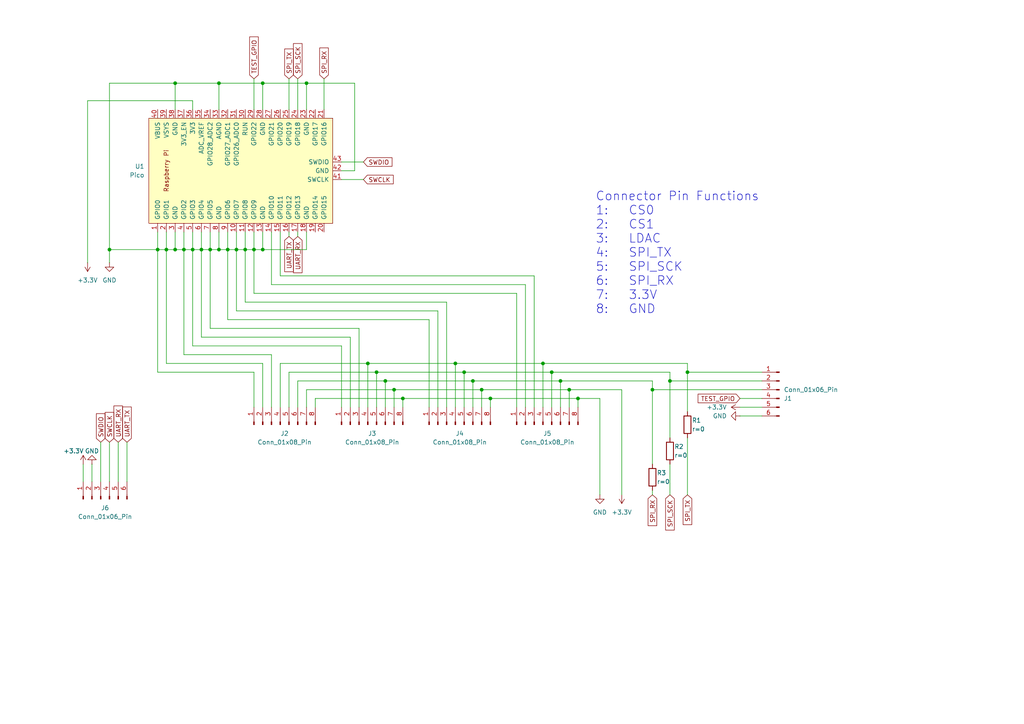
<source format=kicad_sch>
(kicad_sch (version 20231120) (generator "eeschema") (generator_version "8.0")
  (paper "A4")
  (lib_symbols
    (symbol "Connector:Conn_01x06_Pin" (pin_names (offset 1.016) hide)
      (property "Reference" "J" (at 0 7.62 0))
      (property "Value" "Conn_01x06_Pin" (at 0 -10.16 0))
      (symbol "Conn_01x06_Pin_1_1"
        (polyline (pts (xy 1.27 -7.62) (xy 0.8636 -7.62)) (stroke (width 0.1524)))
        (polyline (pts (xy 1.27 -5.08) (xy 0.8636 -5.08)) (stroke (width 0.1524)))
        (polyline (pts (xy 1.27 -2.54) (xy 0.8636 -2.54)) (stroke (width 0.1524)))
        (polyline (pts (xy 1.27 0) (xy 0.8636 0)) (stroke (width 0.1524)))
        (polyline (pts (xy 1.27 2.54) (xy 0.8636 2.54)) (stroke (width 0.1524)))
        (polyline (pts (xy 1.27 5.08) (xy 0.8636 5.08)) (stroke (width 0.1524)))
        (rectangle (start 0.8636 -7.493) (end 0 -7.747) (stroke (width 0.1524)) (fill (type outline)))
        (rectangle (start 0.8636 -4.953) (end 0 -5.207) (stroke (width 0.1524)) (fill (type outline)))
        (rectangle (start 0.8636 -2.413) (end 0 -2.667) (stroke (width 0.1524)) (fill (type outline)))
        (rectangle (start 0.8636 0.127) (end 0 -0.127) (stroke (width 0.1524)) (fill (type outline)))
        (rectangle (start 0.8636 2.667) (end 0 2.413) (stroke (width 0.1524)) (fill (type outline)))
        (rectangle (start 0.8636 5.207) (end 0 4.953) (stroke (width 0.1524)) (fill (type outline)))
        (pin passive line (at 5.08 5.08 180) (length 3.81) (name "Pin_1") (number "1"))
        (pin passive line (at 5.08 2.54 180) (length 3.81) (name "Pin_2") (number "2"))
        (pin passive line (at 5.08 0 180) (length 3.81) (name "Pin_3") (number "3"))
        (pin passive line (at 5.08 -2.54 180) (length 3.81) (name "Pin_4") (number "4"))
        (pin passive line (at 5.08 -5.08 180) (length 3.81) (name "Pin_5") (number "5"))
        (pin passive line (at 5.08 -7.62 180) (length 3.81) (name "Pin_6") (number "6"))
      )
    )
    (symbol "Connector:Conn_01x08_Pin" (pin_names (offset 1.016) hide)
      (property "Reference" "J" (at 0 10.16 0))
      (property "Value" "Conn_01x08_Pin" (at 0 -12.7 0))
      (symbol "Conn_01x08_Pin_1_1"
        (polyline (pts (xy 1.27 -10.16) (xy 0.8636 -10.16)) (stroke (width 0.1524)))
        (polyline (pts (xy 1.27 -7.62) (xy 0.8636 -7.62)) (stroke (width 0.1524)))
        (polyline (pts (xy 1.27 -5.08) (xy 0.8636 -5.08)) (stroke (width 0.1524)))
        (polyline (pts (xy 1.27 -2.54) (xy 0.8636 -2.54)) (stroke (width 0.1524)))
        (polyline (pts (xy 1.27 0) (xy 0.8636 0)) (stroke (width 0.1524)))
        (polyline (pts (xy 1.27 2.54) (xy 0.8636 2.54)) (stroke (width 0.1524)))
        (polyline (pts (xy 1.27 5.08) (xy 0.8636 5.08)) (stroke (width 0.1524)))
        (polyline (pts (xy 1.27 7.62) (xy 0.8636 7.62)) (stroke (width 0.1524)))
        (rectangle (start 0.8636 -10.033) (end 0 -10.287) (stroke (width 0.1524)) (fill (type outline)))
        (rectangle (start 0.8636 -7.493) (end 0 -7.747) (stroke (width 0.1524)) (fill (type outline)))
        (rectangle (start 0.8636 -4.953) (end 0 -5.207) (stroke (width 0.1524)) (fill (type outline)))
        (rectangle (start 0.8636 -2.413) (end 0 -2.667) (stroke (width 0.1524)) (fill (type outline)))
        (rectangle (start 0.8636 0.127) (end 0 -0.127) (stroke (width 0.1524)) (fill (type outline)))
        (rectangle (start 0.8636 2.667) (end 0 2.413) (stroke (width 0.1524)) (fill (type outline)))
        (rectangle (start 0.8636 5.207) (end 0 4.953) (stroke (width 0.1524)) (fill (type outline)))
        (rectangle (start 0.8636 7.747) (end 0 7.493) (stroke (width 0.1524)) (fill (type outline)))
        (pin passive line (at 5.08 7.62 180) (length 3.81) (name "Pin_1") (number "1"))
        (pin passive line (at 5.08 5.08 180) (length 3.81) (name "Pin_2") (number "2"))
        (pin passive line (at 5.08 2.54 180) (length 3.81) (name "Pin_3") (number "3"))
        (pin passive line (at 5.08 0 180) (length 3.81) (name "Pin_4") (number "4"))
        (pin passive line (at 5.08 -2.54 180) (length 3.81) (name "Pin_5") (number "5"))
        (pin passive line (at 5.08 -5.08 180) (length 3.81) (name "Pin_6") (number "6"))
        (pin passive line (at 5.08 -7.62 180) (length 3.81) (name "Pin_7") (number "7"))
        (pin passive line (at 5.08 -10.16 180) (length 3.81) (name "Pin_8") (number "8"))
      )
    )
    (symbol "Device:R" (pin_numbers hide) (pin_names (offset 0))
      (property "Reference" "R" (at 2.032 0 90))
      (property "Value" "R" (at 0 0 90))
      (symbol "R_0_1"
        (rectangle (start -1.016 -2.54) (end 1.016 2.54) (stroke (width 0.254)))
      )
      (symbol "R_1_1"
        (pin passive line (at 0 3.81 270) (length 1.27) (name "~") (number "1"))
        (pin passive line (at 0 -3.81 90) (length 1.27) (name "~") (number "2"))
      )
    )
    (symbol "RPi_Pico:Pico" (pin_names (offset 1.016))
      (property "Reference" "U" (at -13.97 27.94 0))
      (property "Value" "Pico" (at 0 19.05 0))
      (symbol "Pico_0_0"
        (text "Raspberry Pi" (at 0 21.59 0) (effects (font (size 1.27 1.27))))
      )
      (symbol "Pico_0_1"
        (rectangle (start -15.24 26.67) (end 15.24 -26.67) (fill (type background)))
      )
      (symbol "Pico_1_1"
        (pin bidirectional line (at -17.78 24.13 0) (length 2.54) (name "GPIO0") (number "1"))
        (pin bidirectional line (at -17.78 1.27 0) (length 2.54) (name "GPIO7") (number "10"))
        (pin bidirectional line (at -17.78 -1.27 0) (length 2.54) (name "GPIO8") (number "11"))
        (pin bidirectional line (at -17.78 -3.81 0) (length 2.54) (name "GPIO9") (number "12"))
        (pin power_in line (at -17.78 -6.35 0) (length 2.54) (name "GND") (number "13"))
        (pin bidirectional line (at -17.78 -8.89 0) (length 2.54) (name "GPIO10") (number "14"))
        (pin bidirectional line (at -17.78 -11.43 0) (length 2.54) (name "GPIO11") (number "15"))
        (pin bidirectional line (at -17.78 -13.97 0) (length 2.54) (name "GPIO12") (number "16"))
        (pin bidirectional line (at -17.78 -16.51 0) (length 2.54) (name "GPIO13") (number "17"))
        (pin power_in line (at -17.78 -19.05 0) (length 2.54) (name "GND") (number "18"))
        (pin bidirectional line (at -17.78 -21.59 0) (length 2.54) (name "GPIO14") (number "19"))
        (pin bidirectional line (at -17.78 21.59 0) (length 2.54) (name "GPIO1") (number "2"))
        (pin bidirectional line (at -17.78 -24.13 0) (length 2.54) (name "GPIO15") (number "20"))
        (pin bidirectional line (at 17.78 -24.13 180) (length 2.54) (name "GPIO16") (number "21"))
        (pin bidirectional line (at 17.78 -21.59 180) (length 2.54) (name "GPIO17") (number "22"))
        (pin power_in line (at 17.78 -19.05 180) (length 2.54) (name "GND") (number "23"))
        (pin bidirectional line (at 17.78 -16.51 180) (length 2.54) (name "GPIO18") (number "24"))
        (pin bidirectional line (at 17.78 -13.97 180) (length 2.54) (name "GPIO19") (number "25"))
        (pin bidirectional line (at 17.78 -11.43 180) (length 2.54) (name "GPIO20") (number "26"))
        (pin bidirectional line (at 17.78 -8.89 180) (length 2.54) (name "GPIO21") (number "27"))
        (pin power_in line (at 17.78 -6.35 180) (length 2.54) (name "GND") (number "28"))
        (pin bidirectional line (at 17.78 -3.81 180) (length 2.54) (name "GPIO22") (number "29"))
        (pin power_in line (at -17.78 19.05 0) (length 2.54) (name "GND") (number "3"))
        (pin input line (at 17.78 -1.27 180) (length 2.54) (name "RUN") (number "30"))
        (pin bidirectional line (at 17.78 1.27 180) (length 2.54) (name "GPIO26_ADC0") (number "31"))
        (pin bidirectional line (at 17.78 3.81 180) (length 2.54) (name "GPIO27_ADC1") (number "32"))
        (pin power_in line (at 17.78 6.35 180) (length 2.54) (name "AGND") (number "33"))
        (pin bidirectional line (at 17.78 8.89 180) (length 2.54) (name "GPIO28_ADC2") (number "34"))
        (pin unspecified line (at 17.78 11.43 180) (length 2.54) (name "ADC_VREF") (number "35"))
        (pin unspecified line (at 17.78 13.97 180) (length 2.54) (name "3V3") (number "36"))
        (pin input line (at 17.78 16.51 180) (length 2.54) (name "3V3_EN") (number "37"))
        (pin bidirectional line (at 17.78 19.05 180) (length 2.54) (name "GND") (number "38"))
        (pin unspecified line (at 17.78 21.59 180) (length 2.54) (name "VSYS") (number "39"))
        (pin bidirectional line (at -17.78 16.51 0) (length 2.54) (name "GPIO2") (number "4"))
        (pin unspecified line (at 17.78 24.13 180) (length 2.54) (name "VBUS") (number "40"))
        (pin input line (at -2.54 -29.21 90) (length 2.54) (name "SWCLK") (number "41"))
        (pin power_in line (at 0 -29.21 90) (length 2.54) (name "GND") (number "42"))
        (pin bidirectional line (at 2.54 -29.21 90) (length 2.54) (name "SWDIO") (number "43"))
        (pin bidirectional line (at -17.78 13.97 0) (length 2.54) (name "GPIO3") (number "5"))
        (pin bidirectional line (at -17.78 11.43 0) (length 2.54) (name "GPIO4") (number "6"))
        (pin bidirectional line (at -17.78 8.89 0) (length 2.54) (name "GPIO5") (number "7"))
        (pin power_in line (at -17.78 6.35 0) (length 2.54) (name "GND") (number "8"))
        (pin bidirectional line (at -17.78 3.81 0) (length 2.54) (name "GPIO6") (number "9"))
      )
    )
    (symbol "power:+3.3V" (power) (pin_numbers hide) (pin_names (offset 0) hide)
      (property "Value" "+3.3V" (at 0 3.556 0))
      (symbol "+3.3V_0_1"
        (polyline (pts (xy -0.762 1.27) (xy 0 2.54)))
        (polyline (pts (xy 0 0) (xy 0 2.54)))
        (polyline (pts (xy 0 2.54) (xy 0.762 1.27)))
      )
      (symbol "+3.3V_1_1"
        (pin power_in line (at 0 0 90) (length 0) (name "~") (number "1"))
      )
    )
    (symbol "power:GND" (power) (pin_numbers hide) (pin_names (offset 0) hide)
      (property "Value" "GND" (at 0 -3.81 0))
      (symbol "GND_0_1"
        (polyline (pts (xy 0 0) (xy 0 -1.27) (xy 1.27 -1.27) (xy 0 -2.54) (xy -1.27 -1.27) (xy 0 -1.27)))
      )
      (symbol "GND_1_1"
        (pin power_in line (at 0 0 270) (length 0) (name "~") (number "1"))
      )
    )
  )
  (junction (at 111.76 110.49))
  (junction (at 137.16 110.49))
  (junction (at 63.5 24.13))
  (junction (at 189.23 113.03))
  (junction (at 194.31 110.49))
  (junction (at 116.84 115.57))
  (junction (at 66.04 72.39))
  (junction (at 50.8 72.39))
  (junction (at 134.62 107.95))
  (junction (at 48.26 72.39))
  (junction (at 55.88 72.39))
  (junction (at 58.42 72.39))
  (junction (at 157.48 105.41))
  (junction (at 63.5 72.39))
  (junction (at 139.7 113.03))
  (junction (at 165.1 113.03))
  (junction (at 88.9 24.13))
  (junction (at 114.3 113.03))
  (junction (at 167.64 115.57))
  (junction (at 50.8 24.13))
  (junction (at 142.24 115.57))
  (junction (at 73.66 72.39))
  (junction (at 160.02 107.95))
  (junction (at 53.34 72.39))
  (junction (at 109.22 107.95))
  (junction (at 76.2 72.39))
  (junction (at 76.2 24.13))
  (junction (at 68.58 72.39))
  (junction (at 162.56 110.49))
  (junction (at 199.39 107.95))
  (junction (at 31.75 72.39))
  (junction (at 60.96 72.39))
  (junction (at 106.68 105.41))
  (junction (at 45.72 72.39))
  (junction (at 132.08 105.41))
  (junction (at 71.12 72.39))
  (wire (pts (xy 142.24 115.57) (xy 167.64 115.57)))
  (wire (pts (xy 173.99 115.57) (xy 173.99 143.51)))
  (wire (pts (xy 58.42 97.79) (xy 58.42 72.39)))
  (wire (pts (xy 132.08 105.41) (xy 132.08 118.11)))
  (wire (pts (xy 48.26 72.39) (xy 48.26 67.31)))
  (wire (pts (xy 189.23 113.03) (xy 189.23 134.62)))
  (wire (pts (xy 73.66 118.11) (xy 73.66 107.95)))
  (wire (pts (xy 31.75 72.39) (xy 45.72 72.39)))
  (wire (pts (xy 157.48 105.41) (xy 157.48 118.11)))
  (wire (pts (xy 78.74 102.87) (xy 53.34 102.87)))
  (wire (pts (xy 66.04 92.71) (xy 124.46 92.71)))
  (wire (pts (xy 29.21 128.27) (xy 29.21 139.7)))
  (wire (pts (xy 76.2 72.39) (xy 88.9 72.39)))
  (wire (pts (xy 127 90.17) (xy 127 118.11)))
  (wire (pts (xy 189.23 142.24) (xy 189.23 143.51)))
  (wire (pts (xy 81.28 118.11) (xy 81.28 105.41)))
  (wire (pts (xy 189.23 113.03) (xy 220.98 113.03)))
  (wire (pts (xy 58.42 72.39) (xy 58.42 67.31)))
  (wire (pts (xy 53.34 102.87) (xy 53.34 72.39)))
  (wire (pts (xy 88.9 24.13) (xy 102.87 24.13)))
  (wire (pts (xy 81.28 80.01) (xy 81.28 67.31)))
  (wire (pts (xy 152.4 82.55) (xy 152.4 118.11)))
  (wire (pts (xy 162.56 110.49) (xy 162.56 118.11)))
  (wire (pts (xy 66.04 72.39) (xy 66.04 67.31)))
  (wire (pts (xy 99.06 100.33) (xy 99.06 118.11)))
  (wire (pts (xy 83.82 118.11) (xy 83.82 107.95)))
  (wire (pts (xy 102.87 24.13) (xy 102.87 49.53)))
  (wire (pts (xy 194.31 134.62) (xy 194.31 143.51)))
  (wire (pts (xy 102.87 49.53) (xy 99.06 49.53)))
  (wire (pts (xy 50.8 24.13) (xy 50.8 31.75)))
  (wire (pts (xy 78.74 118.11) (xy 78.74 102.87)))
  (wire (pts (xy 162.56 110.49) (xy 189.23 110.49)))
  (wire (pts (xy 160.02 107.95) (xy 194.31 107.95)))
  (wire (pts (xy 106.68 105.41) (xy 106.68 118.11)))
  (wire (pts (xy 134.62 107.95) (xy 160.02 107.95)))
  (wire (pts (xy 48.26 105.41) (xy 76.2 105.41)))
  (wire (pts (xy 73.66 72.39) (xy 73.66 67.31)))
  (wire (pts (xy 165.1 118.11) (xy 165.1 113.03)))
  (wire (pts (xy 111.76 110.49) (xy 137.16 110.49)))
  (wire (pts (xy 88.9 31.75) (xy 88.9 24.13)))
  (wire (pts (xy 199.39 127) (xy 199.39 143.51)))
  (wire (pts (xy 83.82 107.95) (xy 109.22 107.95)))
  (wire (pts (xy 63.5 67.31) (xy 63.5 72.39)))
  (wire (pts (xy 106.68 105.41) (xy 132.08 105.41)))
  (wire (pts (xy 101.6 97.79) (xy 58.42 97.79)))
  (wire (pts (xy 55.88 29.21) (xy 25.4 29.21)))
  (wire (pts (xy 167.64 115.57) (xy 173.99 115.57)))
  (wire (pts (xy 214.63 115.57) (xy 220.98 115.57)))
  (wire (pts (xy 45.72 107.95) (xy 45.72 72.39)))
  (wire (pts (xy 71.12 72.39) (xy 71.12 67.31)))
  (wire (pts (xy 83.82 22.86) (xy 83.82 31.75)))
  (wire (pts (xy 71.12 87.63) (xy 71.12 72.39)))
  (wire (pts (xy 214.63 118.11) (xy 220.98 118.11)))
  (wire (pts (xy 58.42 72.39) (xy 60.96 72.39)))
  (wire (pts (xy 68.58 72.39) (xy 68.58 90.17)))
  (wire (pts (xy 63.5 24.13) (xy 50.8 24.13)))
  (wire (pts (xy 60.96 95.25) (xy 104.14 95.25)))
  (wire (pts (xy 24.13 134.62) (xy 24.13 139.7)))
  (wire (pts (xy 194.31 110.49) (xy 194.31 127)))
  (wire (pts (xy 154.94 80.01) (xy 81.28 80.01)))
  (wire (pts (xy 45.72 72.39) (xy 45.72 67.31)))
  (wire (pts (xy 50.8 67.31) (xy 50.8 72.39)))
  (wire (pts (xy 199.39 105.41) (xy 199.39 107.95)))
  (wire (pts (xy 116.84 115.57) (xy 116.84 118.11)))
  (wire (pts (xy 60.96 72.39) (xy 60.96 95.25)))
  (wire (pts (xy 165.1 113.03) (xy 180.34 113.03)))
  (wire (pts (xy 88.9 67.31) (xy 88.9 72.39)))
  (wire (pts (xy 124.46 92.71) (xy 124.46 118.11)))
  (wire (pts (xy 36.83 128.27) (xy 36.83 139.7)))
  (wire (pts (xy 116.84 115.57) (xy 142.24 115.57)))
  (wire (pts (xy 129.54 87.63) (xy 71.12 87.63)))
  (wire (pts (xy 71.12 72.39) (xy 73.66 72.39)))
  (wire (pts (xy 86.36 68.58) (xy 86.36 67.31)))
  (wire (pts (xy 66.04 72.39) (xy 66.04 92.71)))
  (wire (pts (xy 63.5 24.13) (xy 63.5 31.75)))
  (wire (pts (xy 60.96 72.39) (xy 60.96 67.31)))
  (wire (pts (xy 86.36 110.49) (xy 111.76 110.49)))
  (wire (pts (xy 88.9 24.13) (xy 76.2 24.13)))
  (wire (pts (xy 60.96 72.39) (xy 63.5 72.39)))
  (wire (pts (xy 109.22 107.95) (xy 109.22 118.11)))
  (wire (pts (xy 149.86 118.11) (xy 149.86 85.09)))
  (wire (pts (xy 154.94 118.11) (xy 154.94 80.01)))
  (wire (pts (xy 78.74 82.55) (xy 152.4 82.55)))
  (wire (pts (xy 137.16 118.11) (xy 137.16 110.49)))
  (wire (pts (xy 31.75 24.13) (xy 31.75 72.39)))
  (wire (pts (xy 86.36 22.86) (xy 86.36 31.75)))
  (wire (pts (xy 68.58 72.39) (xy 71.12 72.39)))
  (wire (pts (xy 189.23 113.03) (xy 189.23 110.49)))
  (wire (pts (xy 45.72 72.39) (xy 48.26 72.39)))
  (wire (pts (xy 83.82 68.58) (xy 83.82 67.31)))
  (wire (pts (xy 111.76 118.11) (xy 111.76 110.49)))
  (wire (pts (xy 31.75 72.39) (xy 31.75 76.2)))
  (wire (pts (xy 99.06 52.07) (xy 105.41 52.07)))
  (wire (pts (xy 88.9 113.03) (xy 114.3 113.03)))
  (wire (pts (xy 76.2 24.13) (xy 63.5 24.13)))
  (wire (pts (xy 142.24 115.57) (xy 142.24 118.11)))
  (wire (pts (xy 53.34 72.39) (xy 53.34 67.31)))
  (wire (pts (xy 31.75 128.27) (xy 31.75 139.7)))
  (wire (pts (xy 55.88 72.39) (xy 58.42 72.39)))
  (wire (pts (xy 214.63 120.65) (xy 220.98 120.65)))
  (wire (pts (xy 73.66 22.86) (xy 73.66 31.75)))
  (wire (pts (xy 167.64 115.57) (xy 167.64 118.11)))
  (wire (pts (xy 81.28 105.41) (xy 106.68 105.41)))
  (wire (pts (xy 149.86 85.09) (xy 73.66 85.09)))
  (wire (pts (xy 55.88 100.33) (xy 99.06 100.33)))
  (wire (pts (xy 91.44 115.57) (xy 116.84 115.57)))
  (wire (pts (xy 48.26 72.39) (xy 50.8 72.39)))
  (wire (pts (xy 104.14 95.25) (xy 104.14 118.11)))
  (wire (pts (xy 199.39 107.95) (xy 199.39 119.38)))
  (wire (pts (xy 55.88 31.75) (xy 55.88 29.21)))
  (wire (pts (xy 66.04 72.39) (xy 68.58 72.39)))
  (wire (pts (xy 76.2 105.41) (xy 76.2 118.11)))
  (wire (pts (xy 157.48 105.41) (xy 199.39 105.41)))
  (wire (pts (xy 194.31 107.95) (xy 194.31 110.49)))
  (wire (pts (xy 129.54 118.11) (xy 129.54 87.63)))
  (wire (pts (xy 68.58 90.17) (xy 127 90.17)))
  (wire (pts (xy 139.7 113.03) (xy 139.7 118.11)))
  (wire (pts (xy 55.88 72.39) (xy 55.88 67.31)))
  (wire (pts (xy 25.4 29.21) (xy 25.4 76.2)))
  (wire (pts (xy 73.66 85.09) (xy 73.66 72.39)))
  (wire (pts (xy 160.02 107.95) (xy 160.02 118.11)))
  (wire (pts (xy 134.62 107.95) (xy 134.62 118.11)))
  (wire (pts (xy 194.31 110.49) (xy 220.98 110.49)))
  (wire (pts (xy 99.06 46.99) (xy 105.41 46.99)))
  (wire (pts (xy 93.98 22.86) (xy 93.98 31.75)))
  (wire (pts (xy 78.74 67.31) (xy 78.74 82.55)))
  (wire (pts (xy 76.2 24.13) (xy 76.2 31.75)))
  (wire (pts (xy 55.88 72.39) (xy 55.88 100.33)))
  (wire (pts (xy 63.5 72.39) (xy 66.04 72.39)))
  (wire (pts (xy 73.66 107.95) (xy 45.72 107.95)))
  (wire (pts (xy 114.3 113.03) (xy 114.3 118.11)))
  (wire (pts (xy 68.58 72.39) (xy 68.58 67.31)))
  (wire (pts (xy 48.26 72.39) (xy 48.26 105.41)))
  (wire (pts (xy 53.34 72.39) (xy 55.88 72.39)))
  (wire (pts (xy 91.44 118.11) (xy 91.44 115.57)))
  (wire (pts (xy 199.39 107.95) (xy 220.98 107.95)))
  (wire (pts (xy 88.9 118.11) (xy 88.9 113.03)))
  (wire (pts (xy 132.08 105.41) (xy 157.48 105.41)))
  (wire (pts (xy 76.2 67.31) (xy 76.2 72.39)))
  (wire (pts (xy 50.8 24.13) (xy 31.75 24.13)))
  (wire (pts (xy 139.7 113.03) (xy 165.1 113.03)))
  (wire (pts (xy 86.36 118.11) (xy 86.36 110.49)))
  (wire (pts (xy 50.8 72.39) (xy 53.34 72.39)))
  (wire (pts (xy 180.34 113.03) (xy 180.34 143.51)))
  (wire (pts (xy 73.66 72.39) (xy 76.2 72.39)))
  (wire (pts (xy 34.29 128.27) (xy 34.29 139.7)))
  (wire (pts (xy 137.16 110.49) (xy 162.56 110.49)))
  (wire (pts (xy 114.3 113.03) (xy 139.7 113.03)))
  (wire (pts (xy 101.6 118.11) (xy 101.6 97.79)))
  (wire (pts (xy 26.67 134.62) (xy 26.67 139.7)))
  (wire (pts (xy 109.22 107.95) (xy 134.62 107.95)))
  (text "Connector Pin Functions\n1:	CS0\n2:	CS1\n3:	LDAC\n4:	SPI_TX\n5:	SPI_SCK\n6:	SPI_RX\n7:	3.3V\n8:	GND\n" (at 172.72 73.406 0) (effects (font (size 2.54 2.54)) (justify left)))
  (global_label "SWCLK" (shape input) (at 105.41 52.07 0) (property "Intersheetrefs" "${INTERSHEET_REFS}" (effects (hide yes))))
  (global_label "UART_TX" (shape input) (at 36.83 128.27 90) (property "Intersheetrefs" "${INTERSHEET_REFS}" (effects (hide yes))))
  (global_label "SPI_RX" (shape input) (at 189.23 143.51 270) (property "Intersheetrefs" "${INTERSHEET_REFS}" (effects (hide yes))))
  (global_label "SWDIO" (shape input) (at 29.21 128.27 90) (property "Intersheetrefs" "${INTERSHEET_REFS}" (effects (hide yes))))
  (global_label "SWCLK" (shape input) (at 31.75 128.27 90) (property "Intersheetrefs" "${INTERSHEET_REFS}" (effects (hide yes))))
  (global_label "TEST_GPIO" (shape input) (at 214.63 115.57 180) (property "Intersheetrefs" "${INTERSHEET_REFS}" (effects (hide yes))))
  (global_label "SPI_SCK" (shape input) (at 194.31 143.51 270) (property "Intersheetrefs" "${INTERSHEET_REFS}" (effects (hide yes))))
  (global_label "UART_RX" (shape input) (at 34.29 128.27 90) (property "Intersheetrefs" "${INTERSHEET_REFS}" (effects (hide yes))))
  (global_label "SPI_SCK" (shape input) (at 86.36 22.86 90) (property "Intersheetrefs" "${INTERSHEET_REFS}" (effects (hide yes))))
  (global_label "TEST_GPIO" (shape input) (at 73.66 22.86 90) (property "Intersheetrefs" "${INTERSHEET_REFS}" (effects (hide yes))))
  (global_label "SPI_TX" (shape input) (at 83.82 22.86 90) (property "Intersheetrefs" "${INTERSHEET_REFS}" (effects (hide yes))))
  (global_label "SPI_RX" (shape input) (at 93.98 22.86 90) (property "Intersheetrefs" "${INTERSHEET_REFS}" (effects (hide yes))))
  (global_label "SWDIO" (shape input) (at 105.41 46.99 0) (property "Intersheetrefs" "${INTERSHEET_REFS}" (effects (hide yes))))
  (global_label "SPI_TX" (shape input) (at 199.39 143.51 270) (property "Intersheetrefs" "${INTERSHEET_REFS}" (effects (hide yes))))
  (global_label "UART_RX" (shape input) (at 86.36 68.58 270) (property "Intersheetrefs" "${INTERSHEET_REFS}" (effects (hide yes))))
  (global_label "UART_TX" (shape input) (at 83.82 68.58 270) (property "Intersheetrefs" "${INTERSHEET_REFS}" (effects (hide yes))))
  (symbol (lib_id "power:GND") (at 214.63 120.65 270) (unit 1)
    (property "Reference" "#PWR04" (effects (hide yes)))
    (property "Value" "GND" (at 210.82 120.6499 90) (effects (justify right)))
    (property "Description" "Power symbol creates a global label with name \"GND\" , ground" (effects (hide yes)))
  )
  (symbol (lib_id "Connector:Conn_01x08_Pin") (at 157.48 123.19 90) (unit 1)
    (property "Reference" "J5" (at 158.75 125.73 90))
    (property "Value" "Conn_01x08_Pin" (at 158.75 128.27 90))
    (property "Footprint" "Connector_JST:JST_XH_B8B-XH-A_1x08_P2.50mm_Vertical" (effects (hide yes)))
    (property "Description" "Generic connector, single row, 01x08, script generated" (effects (hide yes)))
  )
  (symbol (lib_id "power:+3.3V") (at 25.4 76.2 180) (unit 1)
    (property "Reference" "#PWR01" (effects (hide yes)))
    (property "Value" "+3.3V" (at 25.4 81.28 0))
    (property "Description" "Power symbol creates a global label with name \"+3.3V\"" (effects (hide yes)))
  )
  (symbol (lib_id "Device:R") (at 199.39 123.19 0) (unit 1)
    (property "Reference" "R1" (at 200.66 121.92 0) (effects (justify left)))
    (property "Value" "${SIM.PARAMS}" (at 200.66 124.46 0) (effects (justify left)))
    (property "Footprint" "Resistor_SMD:R_0603_1608Metric_Pad0.98x0.95mm_HandSolder" (effects (hide yes)))
    (property "Description" "Resistor" (effects (hide yes)))
    (property "Sim.Device" "R" (effects (hide yes)))
    (property "Sim.Type" "=" (effects (hide yes)))
    (property "Sim.Params" "r=0" (effects (hide yes)))
    (property "Sim.Pins" "1=+ 2=-" (effects (hide yes)))
  )
  (symbol (lib_id "power:+3.3V") (at 214.63 118.11 90) (unit 1)
    (property "Reference" "#PWR03" (effects (hide yes)))
    (property "Value" "+3.3V" (at 210.82 118.1099 90) (effects (justify left)))
    (property "Description" "Power symbol creates a global label with name \"+3.3V\"" (effects (hide yes)))
  )
  (symbol (lib_id "Connector:Conn_01x08_Pin") (at 106.68 123.19 90) (unit 1)
    (property "Reference" "J3" (at 107.95 125.73 90))
    (property "Value" "Conn_01x08_Pin" (at 107.95 128.27 90))
    (property "Footprint" "Connector_JST:JST_XH_B8B-XH-A_1x08_P2.50mm_Vertical" (effects (hide yes)))
    (property "Description" "Generic connector, single row, 01x08, script generated" (effects (hide yes)))
  )
  (symbol (lib_id "Device:R") (at 189.23 138.43 0) (unit 1)
    (property "Reference" "R3" (at 190.5 137.16 0) (effects (justify left)))
    (property "Value" "${SIM.PARAMS}" (at 190.5 139.7 0) (effects (justify left)))
    (property "Footprint" "Resistor_SMD:R_0603_1608Metric_Pad0.98x0.95mm_HandSolder" (effects (hide yes)))
    (property "Description" "Resistor" (effects (hide yes)))
    (property "Sim.Device" "R" (effects (hide yes)))
    (property "Sim.Type" "=" (effects (hide yes)))
    (property "Sim.Params" "r=0" (effects (hide yes)))
    (property "Sim.Pins" "1=+ 2=-" (effects (hide yes)))
  )
  (symbol (lib_id "power:GND") (at 173.99 143.51 0) (unit 1)
    (property "Reference" "#PWR07" (effects (hide yes)))
    (property "Value" "GND" (at 173.99 148.59 0))
    (property "Description" "Power symbol creates a global label with name \"GND\" , ground" (effects (hide yes)))
  )
  (symbol (lib_id "Connector:Conn_01x06_Pin") (at 29.21 144.78 90) (unit 1)
    (property "Reference" "J6" (at 30.48 147.32 90))
    (property "Value" "Conn_01x06_Pin" (at 30.48 149.86 90))
    (property "Footprint" "Connector_JST:JST_XH_B6B-XH-A_1x06_P2.50mm_Vertical" (effects (hide yes)))
    (property "Description" "Generic connector, single row, 01x06, script generated" (effects (hide yes)))
  )
  (symbol (lib_id "Connector:Conn_01x06_Pin") (at 226.06 113.03 0) (mirror y) (unit 1)
    (property "Reference" "J1" (at 227.33 115.5701 0) (effects (justify right)))
    (property "Value" "Conn_01x06_Pin" (at 227.33 113.0301 0) (effects (justify right)))
    (property "Footprint" "Connector_PinHeader_2.54mm:PinHeader_1x06_P2.54mm_Vertical" (effects (hide yes)))
    (property "Description" "Generic connector, single row, 01x06, script generated" (effects (hide yes)))
  )
  (symbol (lib_id "Device:R") (at 194.31 130.81 0) (unit 1)
    (property "Reference" "R2" (at 195.58 129.54 0) (effects (justify left)))
    (property "Value" "${SIM.PARAMS}" (at 195.58 132.08 0) (effects (justify left)))
    (property "Footprint" "Resistor_SMD:R_0603_1608Metric_Pad0.98x0.95mm_HandSolder" (effects (hide yes)))
    (property "Description" "Resistor" (effects (hide yes)))
    (property "Sim.Device" "R" (effects (hide yes)))
    (property "Sim.Type" "=" (effects (hide yes)))
    (property "Sim.Params" "r=0" (effects (hide yes)))
    (property "Sim.Pins" "1=+ 2=-" (effects (hide yes)))
  )
  (symbol (lib_id "power:GND") (at 31.75 76.2 0) (unit 1)
    (property "Reference" "#PWR02" (effects (hide yes)))
    (property "Value" "GND" (at 31.75 81.28 0))
    (property "Description" "Power symbol creates a global label with name \"GND\" , ground" (effects (hide yes)))
  )
  (symbol (lib_id "RPi_Pico:Pico") (at 69.85 49.53 90) (unit 1)
    (property "Reference" "U1" (at 41.91 48.2599 90) (effects (justify left)))
    (property "Value" "Pico" (at 41.91 50.7999 90) (effects (justify left)))
    (property "Footprint" "RPi_Pico:RPi_Pico_SMD_TH" (effects (hide yes)))
  )
  (symbol (lib_id "Connector:Conn_01x08_Pin") (at 81.28 123.19 90) (unit 1)
    (property "Reference" "J2" (at 82.55 125.73 90))
    (property "Value" "Conn_01x08_Pin" (at 82.55 128.27 90))
    (property "Footprint" "Connector_JST:JST_XH_B8B-XH-A_1x08_P2.50mm_Vertical" (effects (hide yes)))
    (property "Description" "Generic connector, single row, 01x08, script generated" (effects (hide yes)))
  )
  (symbol (lib_id "power:GND") (at 26.67 134.62 180) (unit 1)
    (property "Reference" "#PWR06" (effects (hide yes)))
    (property "Value" "GND" (at 26.67 130.81 0))
    (property "Description" "Power symbol creates a global label with name \"GND\" , ground" (effects (hide yes)))
  )
  (symbol (lib_id "power:+3.3V") (at 180.34 143.51 180) (unit 1)
    (property "Reference" "#PWR08" (effects (hide yes)))
    (property "Value" "+3.3V" (at 180.34 148.59 0))
    (property "Description" "Power symbol creates a global label with name \"+3.3V\"" (effects (hide yes)))
  )
  (symbol (lib_id "power:+3.3V") (at 24.13 134.62 0) (unit 1)
    (property "Reference" "#PWR05" (effects (hide yes)))
    (property "Value" "+3.3V" (at 21.336 130.81 0))
    (property "Description" "Power symbol creates a global label with name \"+3.3V\"" (effects (hide yes)))
  )
  (symbol (lib_id "Connector:Conn_01x08_Pin") (at 132.08 123.19 90) (unit 1)
    (property "Reference" "J4" (at 133.35 125.73 90))
    (property "Value" "Conn_01x08_Pin" (at 133.35 128.27 90))
    (property "Footprint" "Connector_JST:JST_XH_B8B-XH-A_1x08_P2.50mm_Vertical" (effects (hide yes)))
    (property "Description" "Generic connector, single row, 01x08, script generated" (effects (hide yes)))
  )
)
</source>
